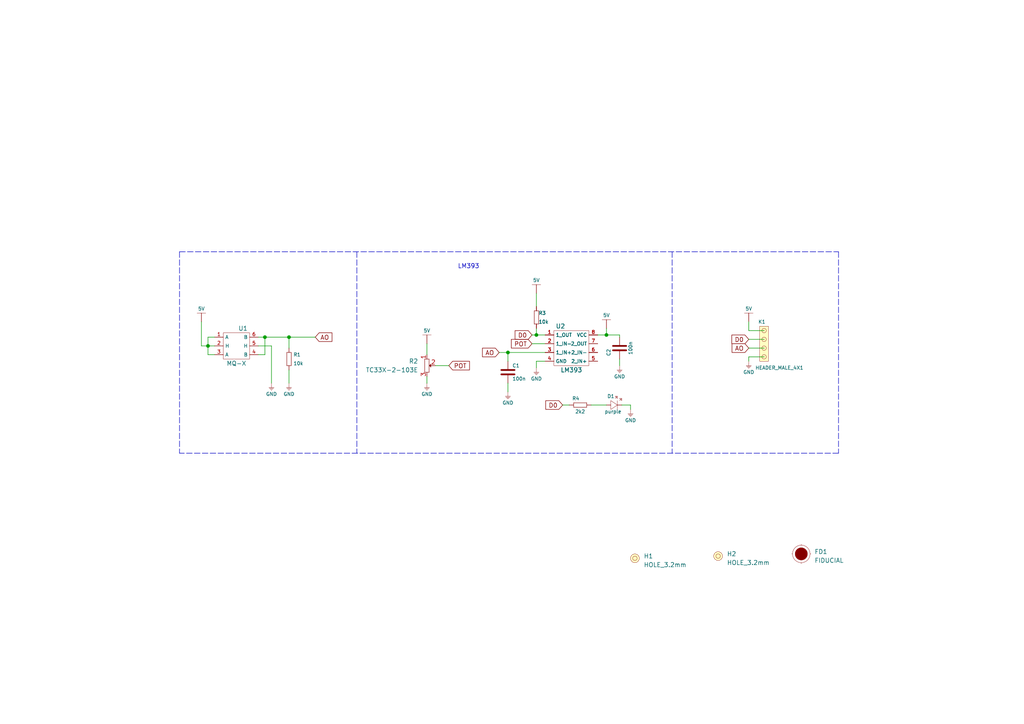
<source format=kicad_sch>
(kicad_sch (version 20250114) (generator "eeschema") (generator_version "9.0")
  (paper "A4")
  (title_block (title "Ozone sensor MQ131 breakout") (date "2021-09-13") (rev "v1.1.1.") (company "SOLDERED") (comment 1 "333110"))
  (lib_symbols
    (symbol "e-radionica.com schematics:0402LED" (pin_numbers (hide yes)) (pin_names (offset 0.254) (hide yes))
      (property "Reference" "D" (at -0.635 2.54 0))
      (property "Value" "0402LED" (at 0 -2.54 0))
      (symbol "0402LED_0_1"
        (polyline (pts (xy -0.635 1.27) (xy 1.27 0)) (stroke (width 0.0006)))
        (polyline (pts (xy -0.635 1.27) (xy -0.635 -1.27) (xy 1.27 0)) (stroke (width 0.0006)))
        (polyline (pts (xy 0.635 1.905) (xy 1.27 2.54)) (stroke (width 0.0006)))
        (polyline (pts (xy 1.27 2.54) (xy 0.635 2.54) (xy 1.27 1.905) (xy 1.27 2.54)) (stroke (width 0.0006)))
        (polyline (pts (xy 1.27 1.27) (xy 1.27 -1.27)) (stroke (width 0.0006)))
        (polyline (pts (xy 1.905 1.27) (xy 2.54 1.905)) (stroke (width 0.0006)))
        (polyline (pts (xy 2.54 1.905) (xy 1.905 1.905) (xy 2.54 1.27) (xy 2.54 1.905)) (stroke (width 0.0006)))
      )
      (symbol "0402LED_1_1"
        (pin passive line (at -1.905 0 0) (length 1.27) (name "A") (number "1"))
        (pin passive line (at 2.54 0 180) (length 1.27) (name "K") (number "2"))
      )
    )
    (symbol "e-radionica.com schematics:0402R" (pin_numbers (hide yes)) (pin_names (offset 0.254))
      (property "Reference" "R" (at -1.905 1.27 0))
      (property "Value" "0402R" (at 0 -1.27 0))
      (symbol "0402R_0_1"
        (rectangle (start -1.905 0.635) (end -1.8796 -0.635) (stroke (width 0.1)))
        (rectangle (start -1.905 0.635) (end 1.905 0.6096) (stroke (width 0.1)))
        (rectangle (start -1.905 -0.635) (end 1.905 -0.6604) (stroke (width 0.1)))
        (rectangle (start 1.905 0.635) (end 1.9304 -0.635) (stroke (width 0.1)))
      )
      (symbol "0402R_1_1"
        (pin passive line (at -3.175 0 0) (length 1.27) (name "~") (number "1"))
        (pin passive line (at 3.175 0 180) (length 1.27) (name "~") (number "2"))
      )
    )
    (symbol "e-radionica.com schematics:0603C" (pin_numbers (hide yes)) (pin_names (offset 0.002))
      (property "Reference" "C" (at -0.635 3.175 0))
      (property "Value" "0603C" (at 0 -3.175 0))
      (symbol "0603C_0_1"
        (polyline (pts (xy -0.635 1.905) (xy -0.635 -1.905)) (stroke (width 0.5)))
        (polyline (pts (xy 0.635 1.905) (xy 0.635 -1.905)) (stroke (width 0.5)))
      )
      (symbol "0603C_1_1"
        (pin passive line (at -3.175 0 0) (length 2.54) (name "~") (number "1"))
        (pin passive line (at 3.175 0 180) (length 2.54) (name "~") (number "2"))
      )
    )
    (symbol "e-radionica.com schematics:0603R" (pin_numbers (hide yes)) (pin_names (offset 0.254))
      (property "Reference" "R" (at -1.905 1.905 0))
      (property "Value" "0603R" (at 0 -1.905 0))
      (symbol "0603R_0_1"
        (rectangle (start -1.905 0.635) (end -1.8796 -0.635) (stroke (width 0.1)))
        (rectangle (start -1.905 0.635) (end 1.905 0.6096) (stroke (width 0.1)))
        (rectangle (start -1.905 -0.635) (end 1.905 -0.6604) (stroke (width 0.1)))
        (rectangle (start 1.905 0.635) (end 1.9304 -0.635) (stroke (width 0.1)))
      )
      (symbol "0603R_1_1"
        (pin passive line (at -3.175 0 0) (length 1.27) (name "~") (number "1"))
        (pin passive line (at 3.175 0 180) (length 1.27) (name "~") (number "2"))
      )
    )
    (symbol "e-radionica.com schematics:5V" (power) (pin_names (offset 0))
      (property "Value" "5V" (at 0 3.556 0))
      (symbol "5V_0_1"
        (polyline (pts (xy -1.27 2.54) (xy 1.27 2.54)) (stroke (width 0.0006)))
        (polyline (pts (xy 0 0) (xy 0 2.54)))
      )
      (symbol "5V_1_1"
        (pin power_in line (at 0 0 90) (length 0) (hide yes) (name "5V") (number "1"))
      )
    )
    (symbol "e-radionica.com schematics:FIDUCIAL" (in_bom no)
      (property "Reference" "FD" (at 0 3.81 0))
      (property "Value" "FIDUCIAL" (at 0 -3.81 0))
      (symbol "FIDUCIAL_0_1"
        (polyline (pts (xy -2.54 0) (xy -2.794 0)) (stroke (width 0.0006)))
        (polyline (pts (xy 0 2.54) (xy 0 2.794)) (stroke (width 0.0006)))
        (circle (center 0 0) (radius 1.7961) (stroke (width 0.001)) (fill (type outline)))
        (circle (center 0 0) (radius 2.54) (stroke (width 0.0006)))
        (polyline (pts (xy 0 -2.54) (xy 0 -2.794)) (stroke (width 0.0006)))
        (polyline (pts (xy 2.54 0) (xy 2.794 0)) (stroke (width 0.0006)))
      )
    )
    (symbol "e-radionica.com schematics:GND" (power) (pin_names (offset 0))
      (property "Value" "GND" (at 0 -2.921 0))
      (symbol "GND_0_1"
        (polyline (pts (xy -0.762 -1.27) (xy 0.762 -1.27)) (stroke (width 0.0006)))
        (polyline (pts (xy -0.635 -1.524) (xy 0.635 -1.524)) (stroke (width 0.0006)))
        (polyline (pts (xy -0.381 -1.778) (xy 0.381 -1.778)) (stroke (width 0.0006)))
        (polyline (pts (xy -0.127 -2.032) (xy 0.127 -2.032)) (stroke (width 0.0006)))
        (polyline (pts (xy 0 0) (xy 0 -1.27)) (stroke (width 0.0006)))
      )
      (symbol "GND_1_1"
        (pin power_in line (at 0 0 270) (length 0) (hide yes) (name "GND") (number "1"))
      )
    )
    (symbol "e-radionica.com schematics:HEADER_MALE_4X1" (pin_numbers (hide yes)) (pin_names (hide yes))
      (property "Reference" "K" (at -0.635 7.62 0))
      (property "Value" "HEADER_MALE_4X1" (at 0 -5.08 0))
      (symbol "HEADER_MALE_4X1_0_1"
        (circle (center 0 5.08) (radius 0.635) (stroke (width 0.0006)))
        (circle (center 0 2.54) (radius 0.635) (stroke (width 0.0006)))
        (circle (center 0 0) (radius 0.635) (stroke (width 0.0006)))
        (circle (center 0 -2.54) (radius 0.635) (stroke (width 0.0006)))
        (rectangle (start 1.27 -3.81) (end -1.27 6.35) (stroke (width 0.001)) (fill (type background)))
      )
      (symbol "HEADER_MALE_4X1_1_1"
        (pin passive line (at 0 5.08 180) (length 0) (name "~") (number "4"))
        (pin passive line (at 0 2.54 180) (length 0) (name "~") (number "3"))
        (pin passive line (at 0 0 180) (length 0) (name "~") (number "2"))
        (pin passive line (at 0 -2.54 180) (length 0) (name "~") (number "1"))
      )
    )
    (symbol "e-radionica.com schematics:HOLE_3.2mm" (pin_numbers (hide yes)) (pin_names (hide yes))
      (property "Reference" "H" (at 0 2.54 0))
      (property "Value" "HOLE_3.2mm" (at 0 -2.54 0))
      (symbol "HOLE_3.2mm_0_1"
        (circle (center 0 0) (radius 0.635) (stroke (width 0.0006)))
        (circle (center 0 0) (radius 1.27) (stroke (width 0.001)) (fill (type background)))
      )
    )
    (symbol "e-radionica.com schematics:LM393"
      (property "Reference" "U" (at 0 6.35 0))
      (property "Value" "LM393" (at 0 -6.35 0))
      (symbol "LM393_0_1"
        (rectangle (start -5.08 5.08) (end 5.08 -5.08) (stroke (width 0.0006)))
      )
      (symbol "LM393_1_1"
        (pin power_in line (at -7.62 3.81 0) (length 2.54) (name "1_OUT") (number "1"))
        (pin input line (at -7.62 1.27 0) (length 2.54) (name "1_IN-") (number "2"))
        (pin power_in line (at -7.62 -1.27 0) (length 2.54) (name "1_IN+") (number "3"))
        (pin passive line (at -7.62 -3.81 0) (length 2.54) (name "GND") (number "4"))
        (pin power_in line (at 7.62 3.81 180) (length 2.54) (name "VCC") (number "8"))
        (pin power_out line (at 7.62 1.27 180) (length 2.54) (name "2_OUT") (number "7"))
        (pin power_in line (at 7.62 -1.27 180) (length 2.54) (name "2_IN-") (number "6"))
        (pin power_in line (at 7.62 -3.81 180) (length 2.54) (name "2_IN+") (number "5"))
      )
    )
    (symbol "e-radionica.com schematics:MQ"
      (property "Reference" "U" (at 0 5.08 0))
      (property "Value" "MQ" (at 0 -5.08 0))
      (symbol "MQ_0_1"
        (rectangle (start -3.81 3.81) (end 3.81 -3.81) (stroke (width 0.0006)))
      )
      (symbol "MQ_1_1"
        (pin input line (at -6.35 2.54 0) (length 2.54) (name "A") (number "1"))
        (pin input line (at -6.35 0 0) (length 2.54) (name "H") (number "2"))
        (pin input line (at -6.35 -2.54 0) (length 2.54) (name "A") (number "3"))
        (pin input line (at 6.35 2.54 180) (length 2.54) (name "B") (number "6"))
        (pin input line (at 6.35 0 180) (length 2.54) (name "H") (number "5"))
        (pin input line (at 6.35 -2.54 180) (length 2.54) (name "B") (number "4"))
      )
    )
    (symbol "e-radionica.com schematics:tc33x-2-103e"
      (property "Reference" "R" (at -1.778 3.302 0))
      (property "Value" "tc33x-2-103e" (at 0 -2.54 0))
      (symbol "tc33x-2-103e_0_1"
        (rectangle (start -1.905 0.635) (end -1.8796 -0.635) (stroke (width 0.1)))
        (rectangle (start -1.905 0.635) (end 1.905 0.6096) (stroke (width 0.1)))
        (rectangle (start -1.905 -0.635) (end 1.905 -0.6604) (stroke (width 0.1)))
        (polyline (pts (xy -0.4318 1.1684) (xy 0.4826 1.1684) (xy 0 0.635) (xy -0.4064 1.0922) (xy -0.4826 1.1684) (xy 0 0.7874) (xy 0.3048 1.1176) (xy -0.254 1.0668) (xy 0.0254 0.8636) (xy 0.0762 1.0414) (xy -0.0254 0.9652)) (stroke (width 0.0006)))
        (rectangle (start 1.905 0.635) (end 1.9304 -0.635) (stroke (width 0.1)))
      )
      (symbol "tc33x-2-103e_1_1"
        (pin passive line (at -3.175 0 0) (length 1.27) (name "~") (number "1"))
        (pin passive line (at 0 2.4892 270) (length 1.27) (name "") (number "2"))
        (pin passive line (at 3.175 0.0002 180) (length 1.27) (name "~") (number "3"))
      )
    )
  )
  (text "LM393" (at 139.065 78.105 0) (effects (font (size 1.27 1.27)) (justify right bottom)))
  (junction (at 60.325 100.33) (diameter 0.9144))
  (junction (at 83.82 97.79) (diameter 0.9144))
  (junction (at 175.895 97.155) (diameter 0.9144))
  (junction (at 76.835 97.79) (diameter 0.9144))
  (junction (at 147.32 102.235) (diameter 0.9144))
  (junction (at 155.575 97.155) (diameter 0.9144))
  (wire (pts (xy 74.93 97.79) (xy 76.835 97.79)))
  (wire (pts (xy 76.835 97.79) (xy 76.835 102.87)))
  (wire (pts (xy 76.835 102.87) (xy 74.93 102.87)))
  (wire (pts (xy 60.325 100.33) (xy 60.325 102.87)))
  (wire (pts (xy 179.705 97.79) (xy 179.705 97.155)))
  (wire (pts (xy 158.115 104.775) (xy 155.575 104.775)))
  (wire (pts (xy 217.17 100.965) (xy 221.615 100.965)))
  (wire (pts (xy 123.8252 109.22) (xy 123.8252 111.125)))
  (wire (pts (xy 147.32 111.125) (xy 147.32 113.665)))
  (polyline (pts (xy 194.945 73.025) (xy 194.945 131.445)) (stroke (width 0) (type dash)))
  (wire (pts (xy 217.17 95.885) (xy 217.17 93.345)))
  (wire (pts (xy 221.615 95.885) (xy 217.17 95.885)))
  (wire (pts (xy 221.615 103.505) (xy 217.17 103.505)))
  (polyline (pts (xy 243.205 73.025) (xy 243.205 131.445)) (stroke (width 0) (type dash)))
  (polyline (pts (xy 243.205 131.445) (xy 52.07 131.445)) (stroke (width 0) (type dash)))
  (wire (pts (xy 147.32 102.235) (xy 158.115 102.235)))
  (wire (pts (xy 154.305 97.155) (xy 155.575 97.155)))
  (wire (pts (xy 83.82 97.79) (xy 91.44 97.79)))
  (wire (pts (xy 58.42 93.345) (xy 58.42 100.33)))
  (wire (pts (xy 60.325 100.33) (xy 58.42 100.33)))
  (wire (pts (xy 62.23 100.33) (xy 60.325 100.33)))
  (wire (pts (xy 155.575 95.25) (xy 155.575 97.155)))
  (wire (pts (xy 173.355 97.155) (xy 175.895 97.155)))
  (wire (pts (xy 60.325 102.87) (xy 62.23 102.87)))
  (wire (pts (xy 62.23 97.79) (xy 60.325 97.79)))
  (wire (pts (xy 171.45 117.475) (xy 175.895 117.475)))
  (wire (pts (xy 182.88 117.475) (xy 182.88 118.745)))
  (wire (pts (xy 76.835 97.79) (xy 83.82 97.79)))
  (wire (pts (xy 83.82 97.79) (xy 83.82 100.965)))
  (wire (pts (xy 78.74 100.33) (xy 78.74 111.125)))
  (wire (pts (xy 179.705 104.14) (xy 179.705 106.045)))
  (wire (pts (xy 123.825 111.125) (xy 123.8252 111.125)))
  (polyline (pts (xy 52.07 73.025) (xy 243.205 73.025)) (stroke (width 0) (type dash)))
  (wire (pts (xy 154.305 99.695) (xy 158.115 99.695)))
  (polyline (pts (xy 52.07 73.025) (xy 52.07 131.445)) (stroke (width 0) (type dash)))
  (polyline (pts (xy 103.505 73.025) (xy 103.505 131.445)) (stroke (width 0) (type dash)))
  (wire (pts (xy 60.325 97.79) (xy 60.325 100.33)))
  (wire (pts (xy 126.3142 106.045) (xy 130.175 106.045)))
  (wire (pts (xy 83.82 107.315) (xy 83.82 111.125)))
  (wire (pts (xy 179.705 97.155) (xy 175.895 97.155)))
  (wire (pts (xy 217.17 103.505) (xy 217.17 104.775)))
  (wire (pts (xy 163.195 117.475) (xy 165.1 117.475)))
  (wire (pts (xy 144.78 102.235) (xy 147.32 102.235)))
  (wire (pts (xy 155.575 97.155) (xy 158.115 97.155)))
  (wire (pts (xy 175.895 97.155) (xy 175.895 95.25)))
  (wire (pts (xy 180.34 117.475) (xy 182.88 117.475)))
  (wire (pts (xy 217.17 98.425) (xy 221.615 98.425)))
  (wire (pts (xy 147.32 102.235) (xy 147.32 104.775)))
  (wire (pts (xy 123.825 99.695) (xy 123.825 102.87)))
  (wire (pts (xy 74.93 100.33) (xy 78.74 100.33)))
  (wire (pts (xy 155.575 85.09) (xy 155.575 88.9)))
  (wire (pts (xy 155.575 104.775) (xy 155.575 106.68)))
  (global_label "AO" (shape input) (at 144.78 102.235 180) (property "Intersheetrefs" "${INTERSHEET_REFS}" (effects (hide yes))))
  (global_label "D0" (shape input) (at 163.195 117.475 180) (property "Intersheetrefs" "${INTERSHEET_REFS}" (effects (hide yes))))
  (global_label "D0" (shape input) (at 217.17 98.425 180) (property "Intersheetrefs" "${INTERSHEET_REFS}" (effects (hide yes))))
  (global_label "AO" (shape input) (at 91.44 97.79 0) (property "Intersheetrefs" "${INTERSHEET_REFS}" (effects (hide yes))))
  (global_label "POT" (shape input) (at 154.305 99.695 180) (property "Intersheetrefs" "${INTERSHEET_REFS}" (effects (hide yes))))
  (global_label "POT" (shape input) (at 130.175 106.045 0) (property "Intersheetrefs" "${INTERSHEET_REFS}" (effects (hide yes))))
  (global_label "D0" (shape input) (at 154.305 97.155 180) (property "Intersheetrefs" "${INTERSHEET_REFS}" (effects (hide yes))))
  (global_label "AO" (shape input) (at 217.17 100.965 180) (property "Intersheetrefs" "${INTERSHEET_REFS}" (effects (hide yes))))
  (symbol (lib_id "e-radionica.com schematics:5V") (at 175.895 95.25 0) (unit 1)
    (property "Reference" "#PWR0102" (effects (hide yes)))
    (property "Value" "5V" (at 175.895 91.44 0) (effects (font (size 1 1))))
  )
  (symbol (lib_id "e-radionica.com schematics:5V") (at 155.575 85.09 0) (unit 1)
    (property "Reference" "#PWR0111" (effects (hide yes)))
    (property "Value" "5V" (at 155.575 81.28 0) (effects (font (size 1 1))))
  )
  (symbol (lib_id "e-radionica.com schematics:0603C") (at 147.32 107.95 90) (unit 1)
    (property "Reference" "C1" (at 148.59 106.045 90) (effects (font (size 1 1)) (justify right)))
    (property "Value" "100n" (at 148.59 109.855 90) (effects (font (size 1 1)) (justify right)))
    (property "Footprint" "e-radionica.com footprinti:0603C" (effects (hide yes)))
  )
  (symbol (lib_id "e-radionica.com schematics:GND") (at 123.825 111.125 0) (unit 1)
    (property "Reference" "#PWR0107" (effects (hide yes)))
    (property "Value" "GND" (at 123.825 114.3 0) (effects (font (size 1 1))))
  )
  (symbol (lib_id "e-radionica.com schematics:GND") (at 217.17 104.775 0) (unit 1)
    (property "Reference" "#PWR0106" (effects (hide yes)))
    (property "Value" "GND" (at 217.17 107.95 0) (effects (font (size 1 1))))
  )
  (symbol (lib_id "e-radionica.com schematics:LM393") (at 165.735 100.965 0) (unit 1)
    (property "Reference" "U2" (at 162.56 94.615 0))
    (property "Value" "LM393" (at 165.735 107.315 0))
    (property "Footprint" "e-radionica.com footprinti:SOIC−8" (effects (hide yes)))
  )
  (symbol (lib_id "e-radionica.com schematics:0603C") (at 179.705 100.965 90) (unit 1)
    (property "Reference" "C2" (at 176.53 102.235 0) (effects (font (size 1 1))))
    (property "Value" "100n" (at 182.88 100.965 0) (effects (font (size 1 1))))
    (property "Footprint" "e-radionica.com footprinti:0603C" (effects (hide yes)))
  )
  (symbol (lib_id "e-radionica.com schematics:0603R") (at 83.82 104.14 90) (unit 1)
    (property "Reference" "R1" (at 85.09 102.87 90) (effects (font (size 1 1)) (justify right)))
    (property "Value" "10k" (at 85.09 105.41 90) (effects (font (size 1 1)) (justify right)))
    (property "Footprint" "e-radionica.com footprinti:0603R" (effects (hide yes)))
  )
  (symbol (lib_id "e-radionica.com schematics:HOLE_3.2mm") (at 208.28 161.29 0) (unit 1)
    (property "Reference" "H2" (at 210.82 160.6549 0) (effects (justify left)))
    (property "Value" "HOLE_3.2mm" (at 210.82 163.1949 0) (effects (justify left)))
    (property "Footprint" "e-radionica.com footprinti:HOLE_3.2mm" (effects (hide yes)))
  )
  (symbol (lib_id "e-radionica.com schematics:MQ") (at 68.58 100.33 0) (unit 1)
    (property "Reference" "U1" (at 70.485 95.25 0))
    (property "Value" "MQ-X" (at 68.58 105.41 0))
    (property "Footprint" "e-radionica.com footprinti:MQ" (effects (hide yes)))
  )
  (symbol (lib_id "e-radionica.com schematics:GND") (at 83.82 111.125 0) (unit 1)
    (property "Reference" "#PWR0108" (effects (hide yes)))
    (property "Value" "GND" (at 83.82 114.3 0) (effects (font (size 1 1))))
  )
  (symbol (lib_id "e-radionica.com schematics:HOLE_3.2mm") (at 184.15 161.925 0) (unit 1)
    (property "Reference" "H1" (at 186.69 161.2899 0) (effects (justify left)))
    (property "Value" "HOLE_3.2mm" (at 186.69 163.8299 0) (effects (justify left)))
    (property "Footprint" "e-radionica.com footprinti:HOLE_3.2mm" (effects (hide yes)))
  )
  (symbol (lib_id "e-radionica.com schematics:GND") (at 147.32 113.665 0) (unit 1)
    (property "Reference" "#PWR0112" (effects (hide yes)))
    (property "Value" "GND" (at 147.32 116.84 0) (effects (font (size 1 1))))
  )
  (symbol (lib_id "e-radionica.com schematics:GND") (at 179.705 106.045 0) (unit 1)
    (property "Reference" "#PWR0105" (effects (hide yes)))
    (property "Value" "GND" (at 179.705 109.22 0) (effects (font (size 1 1))))
  )
  (symbol (lib_id "e-radionica.com schematics:HEADER_MALE_4X1") (at 221.615 100.965 0) (unit 1)
    (property "Reference" "K1" (at 220.98 93.345 0) (effects (font (size 1 1))))
    (property "Value" "HEADER_MALE_4X1" (at 226.06 106.68 0) (effects (font (size 1 1))))
    (property "Footprint" "e-radionica.com footprinti:HEADER_MALE_4X1" (effects (hide yes)))
  )
  (symbol (lib_id "e-radionica.com schematics:0402LED") (at 177.8 117.475 0) (unit 1)
    (property "Reference" "D1" (at 177.165 114.935 0) (effects (font (size 1 1))))
    (property "Value" "purple" (at 177.8 119.38 0) (effects (font (size 1 1))))
    (property "Footprint" "e-radionica.com footprinti:0402LED" (effects (hide yes)))
    (property "Package" "0402" (effects (hide yes)))
  )
  (symbol (lib_id "e-radionica.com schematics:FIDUCIAL") (at 232.41 160.655 0) (unit 1) (in_bom no)
    (property "Reference" "FD1" (at 236.22 160.0199 0) (effects (justify left)))
    (property "Value" "FIDUCIAL" (at 236.22 162.5599 0) (effects (justify left)))
    (property "Footprint" "e-radionica.com footprinti:FIDUCIAL_23" (effects (hide yes)))
  )
  (symbol (lib_id "e-radionica.com schematics:GND") (at 155.575 106.68 0) (unit 1)
    (property "Reference" "#PWR0109" (effects (hide yes)))
    (property "Value" "GND" (at 155.575 109.855 0) (effects (font (size 1 1))))
  )
  (symbol (lib_id "e-radionica.com schematics:tc33x-2-103e") (at 123.825 106.045 270) (unit 1)
    (property "Reference" "R2" (at 121.285 104.775 90) (effects (justify right)))
    (property "Value" "TC33X-2-103E" (at 121.285 107.315 90) (effects (justify right)))
    (property "Footprint" "e-radionica.com footprinti:tc33x-2-103e" (effects (hide yes)))
  )
  (symbol (lib_id "e-radionica.com schematics:0603R") (at 155.575 92.075 90) (unit 1)
    (property "Reference" "R3" (at 156.21 90.805 90) (effects (font (size 1 1)) (justify right)))
    (property "Value" "10k" (at 156.21 93.345 90) (effects (font (size 1 1)) (justify right)))
    (property "Footprint" "e-radionica.com footprinti:0603R" (effects (hide yes)))
  )
  (symbol (lib_id "e-radionica.com schematics:0402R") (at 168.275 117.475 0) (unit 1)
    (property "Reference" "R4" (at 167.005 115.57 0) (effects (font (size 1 1))))
    (property "Value" "2k2" (at 168.275 119.38 0) (effects (font (size 1 1))))
    (property "Footprint" "e-radionica.com footprinti:0402R" (effects (hide yes)))
  )
  (symbol (lib_id "e-radionica.com schematics:5V") (at 217.17 93.345 0) (unit 1)
    (property "Reference" "#PWR0103" (effects (hide yes)))
    (property "Value" "5V" (at 217.17 89.535 0) (effects (font (size 1 1))))
  )
  (symbol (lib_id "e-radionica.com schematics:5V") (at 58.42 93.345 0) (unit 1)
    (property "Reference" "#PWR0110" (effects (hide yes)))
    (property "Value" "5V" (at 58.42 89.535 0) (effects (font (size 1 1))))
  )
  (symbol (lib_id "e-radionica.com schematics:5V") (at 123.825 99.695 0) (unit 1)
    (property "Reference" "#PWR0101" (effects (hide yes)))
    (property "Value" "5V" (at 123.825 95.885 0) (effects (font (size 1 1))))
  )
  (symbol (lib_id "e-radionica.com schematics:GND") (at 182.88 118.745 0) (unit 1)
    (property "Reference" "#PWR0104" (effects (hide yes)))
    (property "Value" "GND" (at 182.88 121.92 0) (effects (font (size 1 1))))
  )
  (symbol (lib_id "e-radionica.com schematics:GND") (at 78.74 111.125 0) (unit 1)
    (property "Reference" "#PWR0113" (effects (hide yes)))
    (property "Value" "GND" (at 78.74 114.3 0) (effects (font (size 1 1))))
  )
)
</source>
